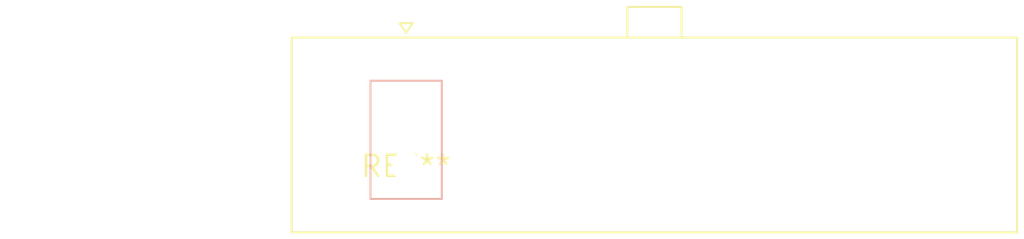
<source format=kicad_pcb>
(kicad_pcb (version 20240108) (generator pcbnew)
  (layers (0 "F.Cu" signal) (31 "B.Cu" signal) (34 "B.Paste" user) (35 "F.Paste" user) (36 "B.SilkS" user "B.Silkscreen") (37 "F.SilkS" user "F.Silkscreen") (38 "B.Mask" user) (39 "F.Mask" user) (44 "Edge.Cuts" user))
  (net 0 "")
  (footprint "Molex_Sabre_43160-0105_1x05_P7.49mm_Vertical" (layer "F.Cu") (at 0 0)
    (property "Reference" "REF**")
    (property "Value" "Molex_Sabre_43160-0105_1x05_P7.49mm_Vertical")
    (fp_line (start -2.15 -5.155) (end -2.15 1.975) (layer "B.SilkS") (stroke (width 0.12)))
    (fp_line (start -2.15 1.975) (end 2.15 1.975) (layer "B.SilkS") (stroke (width 0.12)))
    (fp_line (start 2.15 -5.155) (end -2.15 -5.155) (layer "B.SilkS") (stroke (width 0.12)))
    (fp_line (start 2.15 1.975) (end 2.15 -5.155) (layer "B.SilkS") (stroke (width 0.12)))
    (fp_line (start -6.9 -7.76) (end -6.9 3.99) (layer "F.SilkS") (stroke (width 0.12)))
    (fp_line (start -6.9 3.99) (end 36.86 3.99) (layer "F.SilkS") (stroke (width 0.12)))
    (fp_line (start -0.4 -8.625685) (end 0 -8.06) (layer "F.SilkS") (stroke (width 0.12)))
    (fp_line (start 0 -8.06) (end 0.4 -8.625685) (layer "F.SilkS") (stroke (width 0.12)))
    (fp_line (start 0.4 -8.625685) (end -0.4 -8.625685) (layer "F.SilkS") (stroke (width 0.12)))
    (fp_line (start 13.345 -9.61) (end 16.615 -9.61) (layer "F.SilkS") (stroke (width 0.12)))
    (fp_line (start 13.345 -7.76) (end 13.345 -9.61) (layer "F.SilkS") (stroke (width 0.12)))
    (fp_line (start 16.615 -9.61) (end 16.615 -7.76) (layer "F.SilkS") (stroke (width 0.12)))
    (fp_line (start 36.86 -7.76) (end -6.9 -7.76) (layer "F.SilkS") (stroke (width 0.12)))
    (fp_line (start 36.86 3.99) (end 36.86 -7.76) (layer "F.SilkS") (stroke (width 0.12)))
    (pad "1" thru_hole rect (at 0 -3.18) (size 3.78 3.43) (drill 1.78) (layers *.Cu *.Mask) (remove_unused_layers))
    (pad "1" thru_hole rect (at 0 0) (size 3.78 3.43) (drill 1.78) (layers *.Cu *.Mask) (remove_unused_layers))
    (pad "2" thru_hole rect (at 7.49 -3.18) (size 3.78 3.43) (drill 1.78) (layers *.Cu *.Mask) (remove_unused_layers))
    (pad "2" thru_hole rect (at 7.49 0) (size 3.78 3.43) (drill 1.78) (layers *.Cu *.Mask) (remove_unused_layers))
    (pad "3" thru_hole rect (at 14.98 -3.18) (size 3.78 3.43) (drill 1.78) (layers *.Cu *.Mask) (remove_unused_layers))
    (pad "3" thru_hole rect (at 14.98 0) (size 3.78 3.43) (drill 1.78) (layers *.Cu *.Mask) (remove_unused_layers))
    (pad "4" thru_hole rect (at 22.47 -3.18) (size 3.78 3.43) (drill 1.78) (layers *.Cu *.Mask) (remove_unused_layers))
    (pad "4" thru_hole rect (at 22.47 0) (size 3.78 3.43) (drill 1.78) (layers *.Cu *.Mask) (remove_unused_layers))
    (pad "5" thru_hole rect (at 29.96 -3.18) (size 3.78 3.43) (drill 1.78) (layers *.Cu *.Mask) (remove_unused_layers))
    (pad "5" thru_hole rect (at 29.96 0) (size 3.78 3.43) (drill 1.78) (layers *.Cu *.Mask) (remove_unused_layers))
  )
)
</source>
